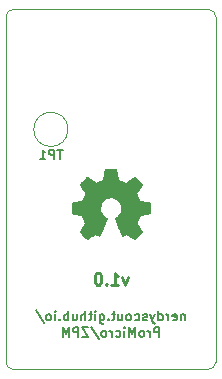
<source format=gbr>
%TF.GenerationSoftware,KiCad,Pcbnew,5.1.5+dfsg1-2~bpo10+1*%
%TF.CreationDate,Date%
%TF.ProjectId,ProMicro_ZPM,50726f4d-6963-4726-9f5f-5a504d2e6b69,v1.0*%
%TF.SameCoordinates,Original*%
%TF.FileFunction,Legend,Bot*%
%TF.FilePolarity,Positive*%
%FSLAX45Y45*%
G04 Gerber Fmt 4.5, Leading zero omitted, Abs format (unit mm)*
G04 Created by KiCad*
%MOMM*%
%LPD*%
G04 APERTURE LIST*
%ADD10C,0.250000*%
%ADD11C,0.200000*%
%ADD12C,0.100000*%
%ADD13C,0.010000*%
%ADD14C,0.120000*%
%ADD15C,2.500000*%
%ADD16C,2.100000*%
%ADD17R,2.100000X2.100000*%
%ADD18O,1.600000X1.600000*%
%ADD19R,1.600000X1.600000*%
G04 APERTURE END LIST*
D10*
X904857Y656429D02*
X881048Y589762D01*
X857238Y656429D01*
X766762Y589762D02*
X823905Y589762D01*
X795333Y589762D02*
X795333Y689762D01*
X804857Y675476D01*
X814381Y665952D01*
X823905Y661191D01*
X723905Y599286D02*
X719143Y594524D01*
X723905Y589762D01*
X728667Y594524D01*
X723905Y599286D01*
X723905Y589762D01*
X657238Y689762D02*
X647714Y689762D01*
X638190Y685000D01*
X633429Y680238D01*
X628667Y670714D01*
X623905Y651667D01*
X623905Y627857D01*
X628667Y608810D01*
X633429Y599286D01*
X638190Y594524D01*
X647714Y589762D01*
X657238Y589762D01*
X666762Y594524D01*
X671524Y599286D01*
X676286Y608810D01*
X681048Y627857D01*
X681048Y651667D01*
X676286Y670714D01*
X671524Y680238D01*
X666762Y685000D01*
X657238Y689762D01*
D11*
X1388667Y341143D02*
X1388667Y287810D01*
X1388667Y333524D02*
X1384857Y337333D01*
X1377238Y341143D01*
X1365810Y341143D01*
X1358190Y337333D01*
X1354381Y329714D01*
X1354381Y287810D01*
X1285810Y291619D02*
X1293429Y287810D01*
X1308667Y287810D01*
X1316286Y291619D01*
X1320095Y299238D01*
X1320095Y329714D01*
X1316286Y337333D01*
X1308667Y341143D01*
X1293429Y341143D01*
X1285810Y337333D01*
X1282000Y329714D01*
X1282000Y322095D01*
X1320095Y314476D01*
X1247714Y287810D02*
X1247714Y341143D01*
X1247714Y325905D02*
X1243905Y333524D01*
X1240095Y337333D01*
X1232476Y341143D01*
X1224857Y341143D01*
X1163905Y287810D02*
X1163905Y367810D01*
X1163905Y291619D02*
X1171524Y287810D01*
X1186762Y287810D01*
X1194381Y291619D01*
X1198190Y295429D01*
X1202000Y303048D01*
X1202000Y325905D01*
X1198190Y333524D01*
X1194381Y337333D01*
X1186762Y341143D01*
X1171524Y341143D01*
X1163905Y337333D01*
X1133429Y341143D02*
X1114381Y287810D01*
X1095333Y341143D02*
X1114381Y287810D01*
X1122000Y268762D01*
X1125810Y264952D01*
X1133429Y261143D01*
X1068667Y291619D02*
X1061048Y287810D01*
X1045809Y287810D01*
X1038190Y291619D01*
X1034381Y299238D01*
X1034381Y303048D01*
X1038190Y310667D01*
X1045809Y314476D01*
X1057238Y314476D01*
X1064857Y318286D01*
X1068667Y325905D01*
X1068667Y329714D01*
X1064857Y337333D01*
X1057238Y341143D01*
X1045809Y341143D01*
X1038190Y337333D01*
X965809Y291619D02*
X973428Y287810D01*
X988667Y287810D01*
X996286Y291619D01*
X1000095Y295429D01*
X1003905Y303048D01*
X1003905Y325905D01*
X1000095Y333524D01*
X996286Y337333D01*
X988667Y341143D01*
X973428Y341143D01*
X965809Y337333D01*
X920095Y287810D02*
X927714Y291619D01*
X931524Y295429D01*
X935333Y303048D01*
X935333Y325905D01*
X931524Y333524D01*
X927714Y337333D01*
X920095Y341143D01*
X908667Y341143D01*
X901048Y337333D01*
X897238Y333524D01*
X893428Y325905D01*
X893428Y303048D01*
X897238Y295429D01*
X901048Y291619D01*
X908667Y287810D01*
X920095Y287810D01*
X824857Y341143D02*
X824857Y287810D01*
X859143Y341143D02*
X859143Y299238D01*
X855333Y291619D01*
X847714Y287810D01*
X836286Y287810D01*
X828667Y291619D01*
X824857Y295429D01*
X798190Y341143D02*
X767714Y341143D01*
X786762Y367810D02*
X786762Y299238D01*
X782952Y291619D01*
X775333Y287810D01*
X767714Y287810D01*
X741048Y295429D02*
X737238Y291619D01*
X741048Y287810D01*
X744857Y291619D01*
X741048Y295429D01*
X741048Y287810D01*
X668667Y341143D02*
X668667Y276381D01*
X672476Y268762D01*
X676286Y264952D01*
X683905Y261143D01*
X695333Y261143D01*
X702952Y264952D01*
X668667Y291619D02*
X676286Y287810D01*
X691524Y287810D01*
X699143Y291619D01*
X702952Y295429D01*
X706762Y303048D01*
X706762Y325905D01*
X702952Y333524D01*
X699143Y337333D01*
X691524Y341143D01*
X676286Y341143D01*
X668667Y337333D01*
X630571Y287810D02*
X630571Y341143D01*
X630571Y367810D02*
X634381Y364000D01*
X630571Y360190D01*
X626762Y364000D01*
X630571Y367810D01*
X630571Y360190D01*
X603905Y341143D02*
X573429Y341143D01*
X592476Y367810D02*
X592476Y299238D01*
X588667Y291619D01*
X581048Y287810D01*
X573429Y287810D01*
X546762Y287810D02*
X546762Y367810D01*
X512476Y287810D02*
X512476Y329714D01*
X516286Y337333D01*
X523905Y341143D01*
X535333Y341143D01*
X542952Y337333D01*
X546762Y333524D01*
X440095Y341143D02*
X440095Y287810D01*
X474381Y341143D02*
X474381Y299238D01*
X470571Y291619D01*
X462952Y287810D01*
X451524Y287810D01*
X443905Y291619D01*
X440095Y295429D01*
X402000Y287810D02*
X402000Y367810D01*
X402000Y337333D02*
X394381Y341143D01*
X379143Y341143D01*
X371524Y337333D01*
X367714Y333524D01*
X363905Y325905D01*
X363905Y303048D01*
X367714Y295429D01*
X371524Y291619D01*
X379143Y287810D01*
X394381Y287810D01*
X402000Y291619D01*
X329619Y295429D02*
X325810Y291619D01*
X329619Y287810D01*
X333429Y291619D01*
X329619Y295429D01*
X329619Y287810D01*
X291524Y287810D02*
X291524Y341143D01*
X291524Y367810D02*
X295333Y364000D01*
X291524Y360190D01*
X287714Y364000D01*
X291524Y367810D01*
X291524Y360190D01*
X242000Y287810D02*
X249619Y291619D01*
X253428Y295429D01*
X257238Y303048D01*
X257238Y325905D01*
X253428Y333524D01*
X249619Y337333D01*
X242000Y341143D01*
X230571Y341143D01*
X222952Y337333D01*
X219143Y333524D01*
X215333Y325905D01*
X215333Y303048D01*
X219143Y295429D01*
X222952Y291619D01*
X230571Y287810D01*
X242000Y287810D01*
X123905Y371619D02*
X192476Y268762D01*
X1169619Y147810D02*
X1169619Y227810D01*
X1139143Y227810D01*
X1131524Y224000D01*
X1127714Y220190D01*
X1123905Y212571D01*
X1123905Y201143D01*
X1127714Y193524D01*
X1131524Y189714D01*
X1139143Y185905D01*
X1169619Y185905D01*
X1089619Y147810D02*
X1089619Y201143D01*
X1089619Y185905D02*
X1085810Y193524D01*
X1082000Y197333D01*
X1074381Y201143D01*
X1066762Y201143D01*
X1028667Y147810D02*
X1036286Y151619D01*
X1040095Y155429D01*
X1043905Y163048D01*
X1043905Y185905D01*
X1040095Y193524D01*
X1036286Y197333D01*
X1028667Y201143D01*
X1017238Y201143D01*
X1009619Y197333D01*
X1005809Y193524D01*
X1002000Y185905D01*
X1002000Y163048D01*
X1005809Y155429D01*
X1009619Y151619D01*
X1017238Y147810D01*
X1028667Y147810D01*
X967714Y147810D02*
X967714Y227810D01*
X941048Y170667D01*
X914381Y227810D01*
X914381Y147810D01*
X876286Y147810D02*
X876286Y201143D01*
X876286Y227810D02*
X880095Y224000D01*
X876286Y220190D01*
X872476Y224000D01*
X876286Y227810D01*
X876286Y220190D01*
X803905Y151619D02*
X811524Y147810D01*
X826762Y147810D01*
X834381Y151619D01*
X838190Y155429D01*
X842000Y163048D01*
X842000Y185905D01*
X838190Y193524D01*
X834381Y197333D01*
X826762Y201143D01*
X811524Y201143D01*
X803905Y197333D01*
X769619Y147810D02*
X769619Y201143D01*
X769619Y185905D02*
X765809Y193524D01*
X762000Y197333D01*
X754381Y201143D01*
X746762Y201143D01*
X708667Y147810D02*
X716286Y151619D01*
X720095Y155429D01*
X723905Y163048D01*
X723905Y185905D01*
X720095Y193524D01*
X716286Y197333D01*
X708667Y201143D01*
X697238Y201143D01*
X689619Y197333D01*
X685810Y193524D01*
X682000Y185905D01*
X682000Y163048D01*
X685810Y155429D01*
X689619Y151619D01*
X697238Y147810D01*
X708667Y147810D01*
X590571Y231619D02*
X659143Y128762D01*
X571524Y227810D02*
X518190Y227810D01*
X571524Y147810D01*
X518190Y147810D01*
X487714Y147810D02*
X487714Y227810D01*
X457238Y227810D01*
X449619Y224000D01*
X445809Y220190D01*
X442000Y212571D01*
X442000Y201143D01*
X445809Y193524D01*
X449619Y189714D01*
X457238Y185905D01*
X487714Y185905D01*
X407714Y147810D02*
X407714Y227810D01*
X381048Y170667D01*
X354381Y227810D01*
X354381Y147810D01*
D12*
X-63500Y-127000D02*
G75*
G02X-127000Y-63500I0J63500D01*
G01*
X1651000Y-63500D02*
G75*
G02X1587500Y-127000I-63500J0D01*
G01*
X1587500Y2921000D02*
G75*
G02X1651000Y2857500I0J-63500D01*
G01*
X-127000Y2857500D02*
G75*
G02X-63500Y2921000I63500J0D01*
G01*
X-127000Y-63500D02*
X-127000Y2857500D01*
X1587500Y-127000D02*
X-63500Y-127000D01*
X1651000Y2857500D02*
X1651000Y-63500D01*
X-63500Y2921000D02*
X1587500Y2921000D01*
D13*
G36*
X706419Y1523107D02*
G01*
X698037Y1478644D01*
X667108Y1465895D01*
X636179Y1453145D01*
X599075Y1478375D01*
X588684Y1485400D01*
X579291Y1491673D01*
X571335Y1496906D01*
X565253Y1500814D01*
X561484Y1503111D01*
X560458Y1503606D01*
X558609Y1502332D01*
X554658Y1498812D01*
X549048Y1493494D01*
X542221Y1486828D01*
X534621Y1479265D01*
X526691Y1471253D01*
X518872Y1463243D01*
X511609Y1455684D01*
X505344Y1449025D01*
X500520Y1443718D01*
X497579Y1440211D01*
X496876Y1439038D01*
X497888Y1436874D01*
X500724Y1432134D01*
X505087Y1425281D01*
X510678Y1416778D01*
X517199Y1407091D01*
X520978Y1401565D01*
X527866Y1391475D01*
X533986Y1382370D01*
X539042Y1374703D01*
X542737Y1368927D01*
X544774Y1365496D01*
X545080Y1364775D01*
X544386Y1362725D01*
X542495Y1357949D01*
X539691Y1351117D01*
X536261Y1342901D01*
X532489Y1333973D01*
X528661Y1325004D01*
X525063Y1316666D01*
X521979Y1309631D01*
X519696Y1304569D01*
X518498Y1302153D01*
X518428Y1302058D01*
X516547Y1301596D01*
X511538Y1300567D01*
X503921Y1299071D01*
X494213Y1297210D01*
X482936Y1295084D01*
X476356Y1293858D01*
X464305Y1291564D01*
X453420Y1289381D01*
X444252Y1287428D01*
X437352Y1285825D01*
X433270Y1284692D01*
X432449Y1284333D01*
X431645Y1281899D01*
X430997Y1276404D01*
X430503Y1268489D01*
X430164Y1258797D01*
X429978Y1247971D01*
X429946Y1236654D01*
X430067Y1225487D01*
X430341Y1215113D01*
X430767Y1206176D01*
X431344Y1199317D01*
X432073Y1195180D01*
X432510Y1194319D01*
X435124Y1193287D01*
X440661Y1191811D01*
X448389Y1190065D01*
X457577Y1188222D01*
X460784Y1187626D01*
X476248Y1184793D01*
X488462Y1182512D01*
X497833Y1180692D01*
X504762Y1179242D01*
X509653Y1178071D01*
X512910Y1177089D01*
X514937Y1176204D01*
X516137Y1175328D01*
X516305Y1175154D01*
X517982Y1172363D01*
X520539Y1166931D01*
X523721Y1159522D01*
X527274Y1150804D01*
X530942Y1141439D01*
X534469Y1132095D01*
X537600Y1123435D01*
X540081Y1116126D01*
X541655Y1110832D01*
X542067Y1108219D01*
X542032Y1108127D01*
X540636Y1105991D01*
X537468Y1101292D01*
X532861Y1094517D01*
X527148Y1086158D01*
X520663Y1076702D01*
X518816Y1074015D01*
X512230Y1064273D01*
X506435Y1055384D01*
X501746Y1047859D01*
X498479Y1042208D01*
X496950Y1038942D01*
X496876Y1038541D01*
X498161Y1036432D01*
X501711Y1032254D01*
X507071Y1026455D01*
X513783Y1019486D01*
X521391Y1011795D01*
X529440Y1003832D01*
X537471Y996044D01*
X545030Y988881D01*
X551660Y982793D01*
X556903Y978228D01*
X560305Y975635D01*
X561246Y975212D01*
X563436Y976209D01*
X567920Y978898D01*
X573968Y982826D01*
X578621Y985988D01*
X587053Y991790D01*
X597037Y998622D01*
X607053Y1005442D01*
X612437Y1009092D01*
X630663Y1021420D01*
X645962Y1013148D01*
X652932Y1009524D01*
X658859Y1006707D01*
X662869Y1005101D01*
X663890Y1004877D01*
X665117Y1006528D01*
X667539Y1011192D01*
X670974Y1018439D01*
X675241Y1027839D01*
X680161Y1038963D01*
X685551Y1051379D01*
X691232Y1064657D01*
X697022Y1078367D01*
X702741Y1092080D01*
X708208Y1105364D01*
X713242Y1117790D01*
X717662Y1128928D01*
X721288Y1138346D01*
X723939Y1145616D01*
X725434Y1150306D01*
X725675Y1151917D01*
X723769Y1153971D01*
X719596Y1157307D01*
X714029Y1161230D01*
X713562Y1161540D01*
X699174Y1173058D01*
X687572Y1186495D01*
X678857Y1201422D01*
X673130Y1217409D01*
X670491Y1234026D01*
X671042Y1250845D01*
X674881Y1267435D01*
X682111Y1283366D01*
X684237Y1286851D01*
X695300Y1300926D01*
X708370Y1312229D01*
X722994Y1320700D01*
X738719Y1326281D01*
X755094Y1328913D01*
X771667Y1328537D01*
X787984Y1325095D01*
X803593Y1318528D01*
X818043Y1308777D01*
X822513Y1304819D01*
X833889Y1292430D01*
X842178Y1279388D01*
X847864Y1264769D01*
X851031Y1250291D01*
X851813Y1234014D01*
X849206Y1217656D01*
X843475Y1201770D01*
X834886Y1186909D01*
X823701Y1173627D01*
X810188Y1162474D01*
X808412Y1161299D01*
X802785Y1157449D01*
X798508Y1154114D01*
X796463Y1151984D01*
X796433Y1151917D01*
X796872Y1149613D01*
X798612Y1144384D01*
X801473Y1136661D01*
X805273Y1126873D01*
X809833Y1115451D01*
X814970Y1102824D01*
X820504Y1089423D01*
X826254Y1075678D01*
X832040Y1062019D01*
X837680Y1048876D01*
X842994Y1036679D01*
X847801Y1025859D01*
X851920Y1016845D01*
X855170Y1010068D01*
X857370Y1005957D01*
X858256Y1004877D01*
X860964Y1005718D01*
X866030Y1007973D01*
X872582Y1011239D01*
X876184Y1013148D01*
X891483Y1021420D01*
X909709Y1009092D01*
X919012Y1002777D01*
X929198Y995827D01*
X938744Y989283D01*
X943525Y985988D01*
X950249Y981473D01*
X955944Y977894D01*
X959865Y975706D01*
X961138Y975244D01*
X962992Y976491D01*
X967094Y979975D01*
X973047Y985332D01*
X980454Y992202D01*
X988916Y1000222D01*
X994268Y1005371D01*
X1003632Y1014571D01*
X1011724Y1022800D01*
X1018218Y1029705D01*
X1022786Y1034936D01*
X1025101Y1038138D01*
X1025323Y1038788D01*
X1024292Y1041261D01*
X1021444Y1046259D01*
X1017094Y1053279D01*
X1011558Y1061813D01*
X1005152Y1071354D01*
X1003330Y1074015D01*
X996693Y1083683D01*
X990738Y1092388D01*
X985798Y1099641D01*
X982207Y1104951D01*
X980298Y1107830D01*
X980114Y1108127D01*
X980389Y1110422D01*
X981854Y1115466D01*
X984251Y1122596D01*
X987327Y1131145D01*
X990824Y1140449D01*
X994489Y1149843D01*
X998066Y1158660D01*
X1001299Y1166237D01*
X1003934Y1171907D01*
X1005714Y1175006D01*
X1005841Y1175154D01*
X1006929Y1176040D01*
X1008768Y1176916D01*
X1011761Y1177872D01*
X1016310Y1179000D01*
X1022821Y1180391D01*
X1031696Y1182134D01*
X1043339Y1184320D01*
X1058154Y1187041D01*
X1061362Y1187626D01*
X1070869Y1189463D01*
X1079157Y1191260D01*
X1085493Y1192843D01*
X1089146Y1194040D01*
X1089636Y1194319D01*
X1090443Y1196793D01*
X1091099Y1202321D01*
X1091603Y1210261D01*
X1091956Y1219970D01*
X1092156Y1230806D01*
X1092204Y1242126D01*
X1092098Y1253287D01*
X1091838Y1263647D01*
X1091425Y1272563D01*
X1090856Y1279393D01*
X1090133Y1283493D01*
X1089697Y1284333D01*
X1087270Y1285179D01*
X1081743Y1286557D01*
X1073666Y1288345D01*
X1063591Y1290425D01*
X1052068Y1292678D01*
X1045790Y1293858D01*
X1033879Y1296085D01*
X1023256Y1298102D01*
X1014443Y1299809D01*
X1007957Y1301103D01*
X1004317Y1301885D01*
X1003718Y1302058D01*
X1002706Y1304011D01*
X1000566Y1308716D01*
X997584Y1315500D01*
X994044Y1323691D01*
X990233Y1332617D01*
X986435Y1341607D01*
X982936Y1349987D01*
X980021Y1357085D01*
X977974Y1362231D01*
X977082Y1364750D01*
X977066Y1364860D01*
X978077Y1366848D01*
X980912Y1371422D01*
X985272Y1378128D01*
X990861Y1386512D01*
X997379Y1396117D01*
X1001168Y1401635D01*
X1008072Y1411752D01*
X1014205Y1420937D01*
X1019266Y1428726D01*
X1022957Y1434653D01*
X1024978Y1438255D01*
X1025270Y1439062D01*
X1024015Y1440942D01*
X1020546Y1444954D01*
X1015306Y1450651D01*
X1008738Y1457581D01*
X1001286Y1465297D01*
X993391Y1473347D01*
X985498Y1481284D01*
X978050Y1488656D01*
X971489Y1495015D01*
X966260Y1499911D01*
X962804Y1502894D01*
X961648Y1503606D01*
X959765Y1502605D01*
X955263Y1499792D01*
X948579Y1495455D01*
X940150Y1489878D01*
X930414Y1483349D01*
X923071Y1478375D01*
X885967Y1453145D01*
X824109Y1478644D01*
X815727Y1523107D01*
X807345Y1567569D01*
X714801Y1567569D01*
X706419Y1523107D01*
G37*
X706419Y1523107D02*
X698037Y1478644D01*
X667108Y1465895D01*
X636179Y1453145D01*
X599075Y1478375D01*
X588684Y1485400D01*
X579291Y1491673D01*
X571335Y1496906D01*
X565253Y1500814D01*
X561484Y1503111D01*
X560458Y1503606D01*
X558609Y1502332D01*
X554658Y1498812D01*
X549048Y1493494D01*
X542221Y1486828D01*
X534621Y1479265D01*
X526691Y1471253D01*
X518872Y1463243D01*
X511609Y1455684D01*
X505344Y1449025D01*
X500520Y1443718D01*
X497579Y1440211D01*
X496876Y1439038D01*
X497888Y1436874D01*
X500724Y1432134D01*
X505087Y1425281D01*
X510678Y1416778D01*
X517199Y1407091D01*
X520978Y1401565D01*
X527866Y1391475D01*
X533986Y1382370D01*
X539042Y1374703D01*
X542737Y1368927D01*
X544774Y1365496D01*
X545080Y1364775D01*
X544386Y1362725D01*
X542495Y1357949D01*
X539691Y1351117D01*
X536261Y1342901D01*
X532489Y1333973D01*
X528661Y1325004D01*
X525063Y1316666D01*
X521979Y1309631D01*
X519696Y1304569D01*
X518498Y1302153D01*
X518428Y1302058D01*
X516547Y1301596D01*
X511538Y1300567D01*
X503921Y1299071D01*
X494213Y1297210D01*
X482936Y1295084D01*
X476356Y1293858D01*
X464305Y1291564D01*
X453420Y1289381D01*
X444252Y1287428D01*
X437352Y1285825D01*
X433270Y1284692D01*
X432449Y1284333D01*
X431645Y1281899D01*
X430997Y1276404D01*
X430503Y1268489D01*
X430164Y1258797D01*
X429978Y1247971D01*
X429946Y1236654D01*
X430067Y1225487D01*
X430341Y1215113D01*
X430767Y1206176D01*
X431344Y1199317D01*
X432073Y1195180D01*
X432510Y1194319D01*
X435124Y1193287D01*
X440661Y1191811D01*
X448389Y1190065D01*
X457577Y1188222D01*
X460784Y1187626D01*
X476248Y1184793D01*
X488462Y1182512D01*
X497833Y1180692D01*
X504762Y1179242D01*
X509653Y1178071D01*
X512910Y1177089D01*
X514937Y1176204D01*
X516137Y1175328D01*
X516305Y1175154D01*
X517982Y1172363D01*
X520539Y1166931D01*
X523721Y1159522D01*
X527274Y1150804D01*
X530942Y1141439D01*
X534469Y1132095D01*
X537600Y1123435D01*
X540081Y1116126D01*
X541655Y1110832D01*
X542067Y1108219D01*
X542032Y1108127D01*
X540636Y1105991D01*
X537468Y1101292D01*
X532861Y1094517D01*
X527148Y1086158D01*
X520663Y1076702D01*
X518816Y1074015D01*
X512230Y1064273D01*
X506435Y1055384D01*
X501746Y1047859D01*
X498479Y1042208D01*
X496950Y1038942D01*
X496876Y1038541D01*
X498161Y1036432D01*
X501711Y1032254D01*
X507071Y1026455D01*
X513783Y1019486D01*
X521391Y1011795D01*
X529440Y1003832D01*
X537471Y996044D01*
X545030Y988881D01*
X551660Y982793D01*
X556903Y978228D01*
X560305Y975635D01*
X561246Y975212D01*
X563436Y976209D01*
X567920Y978898D01*
X573968Y982826D01*
X578621Y985988D01*
X587053Y991790D01*
X597037Y998622D01*
X607053Y1005442D01*
X612437Y1009092D01*
X630663Y1021420D01*
X645962Y1013148D01*
X652932Y1009524D01*
X658859Y1006707D01*
X662869Y1005101D01*
X663890Y1004877D01*
X665117Y1006528D01*
X667539Y1011192D01*
X670974Y1018439D01*
X675241Y1027839D01*
X680161Y1038963D01*
X685551Y1051379D01*
X691232Y1064657D01*
X697022Y1078367D01*
X702741Y1092080D01*
X708208Y1105364D01*
X713242Y1117790D01*
X717662Y1128928D01*
X721288Y1138346D01*
X723939Y1145616D01*
X725434Y1150306D01*
X725675Y1151917D01*
X723769Y1153971D01*
X719596Y1157307D01*
X714029Y1161230D01*
X713562Y1161540D01*
X699174Y1173058D01*
X687572Y1186495D01*
X678857Y1201422D01*
X673130Y1217409D01*
X670491Y1234026D01*
X671042Y1250845D01*
X674881Y1267435D01*
X682111Y1283366D01*
X684237Y1286851D01*
X695300Y1300926D01*
X708370Y1312229D01*
X722994Y1320700D01*
X738719Y1326281D01*
X755094Y1328913D01*
X771667Y1328537D01*
X787984Y1325095D01*
X803593Y1318528D01*
X818043Y1308777D01*
X822513Y1304819D01*
X833889Y1292430D01*
X842178Y1279388D01*
X847864Y1264769D01*
X851031Y1250291D01*
X851813Y1234014D01*
X849206Y1217656D01*
X843475Y1201770D01*
X834886Y1186909D01*
X823701Y1173627D01*
X810188Y1162474D01*
X808412Y1161299D01*
X802785Y1157449D01*
X798508Y1154114D01*
X796463Y1151984D01*
X796433Y1151917D01*
X796872Y1149613D01*
X798612Y1144384D01*
X801473Y1136661D01*
X805273Y1126873D01*
X809833Y1115451D01*
X814970Y1102824D01*
X820504Y1089423D01*
X826254Y1075678D01*
X832040Y1062019D01*
X837680Y1048876D01*
X842994Y1036679D01*
X847801Y1025859D01*
X851920Y1016845D01*
X855170Y1010068D01*
X857370Y1005957D01*
X858256Y1004877D01*
X860964Y1005718D01*
X866030Y1007973D01*
X872582Y1011239D01*
X876184Y1013148D01*
X891483Y1021420D01*
X909709Y1009092D01*
X919012Y1002777D01*
X929198Y995827D01*
X938744Y989283D01*
X943525Y985988D01*
X950249Y981473D01*
X955944Y977894D01*
X959865Y975706D01*
X961138Y975244D01*
X962992Y976491D01*
X967094Y979975D01*
X973047Y985332D01*
X980454Y992202D01*
X988916Y1000222D01*
X994268Y1005371D01*
X1003632Y1014571D01*
X1011724Y1022800D01*
X1018218Y1029705D01*
X1022786Y1034936D01*
X1025101Y1038138D01*
X1025323Y1038788D01*
X1024292Y1041261D01*
X1021444Y1046259D01*
X1017094Y1053279D01*
X1011558Y1061813D01*
X1005152Y1071354D01*
X1003330Y1074015D01*
X996693Y1083683D01*
X990738Y1092388D01*
X985798Y1099641D01*
X982207Y1104951D01*
X980298Y1107830D01*
X980114Y1108127D01*
X980389Y1110422D01*
X981854Y1115466D01*
X984251Y1122596D01*
X987327Y1131145D01*
X990824Y1140449D01*
X994489Y1149843D01*
X998066Y1158660D01*
X1001299Y1166237D01*
X1003934Y1171907D01*
X1005714Y1175006D01*
X1005841Y1175154D01*
X1006929Y1176040D01*
X1008768Y1176916D01*
X1011761Y1177872D01*
X1016310Y1179000D01*
X1022821Y1180391D01*
X1031696Y1182134D01*
X1043339Y1184320D01*
X1058154Y1187041D01*
X1061362Y1187626D01*
X1070869Y1189463D01*
X1079157Y1191260D01*
X1085493Y1192843D01*
X1089146Y1194040D01*
X1089636Y1194319D01*
X1090443Y1196793D01*
X1091099Y1202321D01*
X1091603Y1210261D01*
X1091956Y1219970D01*
X1092156Y1230806D01*
X1092204Y1242126D01*
X1092098Y1253287D01*
X1091838Y1263647D01*
X1091425Y1272563D01*
X1090856Y1279393D01*
X1090133Y1283493D01*
X1089697Y1284333D01*
X1087270Y1285179D01*
X1081743Y1286557D01*
X1073666Y1288345D01*
X1063591Y1290425D01*
X1052068Y1292678D01*
X1045790Y1293858D01*
X1033879Y1296085D01*
X1023256Y1298102D01*
X1014443Y1299809D01*
X1007957Y1301103D01*
X1004317Y1301885D01*
X1003718Y1302058D01*
X1002706Y1304011D01*
X1000566Y1308716D01*
X997584Y1315500D01*
X994044Y1323691D01*
X990233Y1332617D01*
X986435Y1341607D01*
X982936Y1349987D01*
X980021Y1357085D01*
X977974Y1362231D01*
X977082Y1364750D01*
X977066Y1364860D01*
X978077Y1366848D01*
X980912Y1371422D01*
X985272Y1378128D01*
X990861Y1386512D01*
X997379Y1396117D01*
X1001168Y1401635D01*
X1008072Y1411752D01*
X1014205Y1420937D01*
X1019266Y1428726D01*
X1022957Y1434653D01*
X1024978Y1438255D01*
X1025270Y1439062D01*
X1024015Y1440942D01*
X1020546Y1444954D01*
X1015306Y1450651D01*
X1008738Y1457581D01*
X1001286Y1465297D01*
X993391Y1473347D01*
X985498Y1481284D01*
X978050Y1488656D01*
X971489Y1495015D01*
X966260Y1499911D01*
X962804Y1502894D01*
X961648Y1503606D01*
X959765Y1502605D01*
X955263Y1499792D01*
X948579Y1495455D01*
X940150Y1489878D01*
X930414Y1483349D01*
X923071Y1478375D01*
X885967Y1453145D01*
X824109Y1478644D01*
X815727Y1523107D01*
X807345Y1567569D01*
X714801Y1567569D01*
X706419Y1523107D01*
D14*
X399000Y1905000D02*
G75*
G03X399000Y1905000I-145000J0D01*
G01*
D11*
X354952Y1734010D02*
X309238Y1734010D01*
X332095Y1654010D02*
X332095Y1734010D01*
X282571Y1654010D02*
X282571Y1734010D01*
X252095Y1734010D01*
X244476Y1730200D01*
X240667Y1726390D01*
X236857Y1718771D01*
X236857Y1707343D01*
X240667Y1699724D01*
X244476Y1695914D01*
X252095Y1692105D01*
X282571Y1692105D01*
X160667Y1654010D02*
X206381Y1654010D01*
X183524Y1654010D02*
X183524Y1734010D01*
X191143Y1722581D01*
X198762Y1714962D01*
X206381Y1711152D01*
%LPC*%
D15*
X254000Y1905000D03*
D16*
X1270000Y2540000D03*
X1016000Y2540000D03*
X762000Y2540000D03*
X508000Y2540000D03*
D17*
X254000Y2540000D03*
D18*
X0Y0D03*
X0Y254000D03*
X0Y508000D03*
X1524000Y2794000D03*
X0Y762000D03*
X1524000Y2540000D03*
X0Y1016000D03*
X1524000Y2286000D03*
X0Y1270000D03*
X1524000Y2032000D03*
X0Y1524000D03*
X1524000Y1778000D03*
X0Y1778000D03*
X1524000Y1524000D03*
X0Y2032000D03*
X1524000Y1270000D03*
X0Y2286000D03*
X1524000Y1016000D03*
X0Y2540000D03*
X1524000Y762000D03*
X0Y2794000D03*
X1524000Y508000D03*
X1524000Y254000D03*
D19*
X1524000Y0D03*
M02*

</source>
